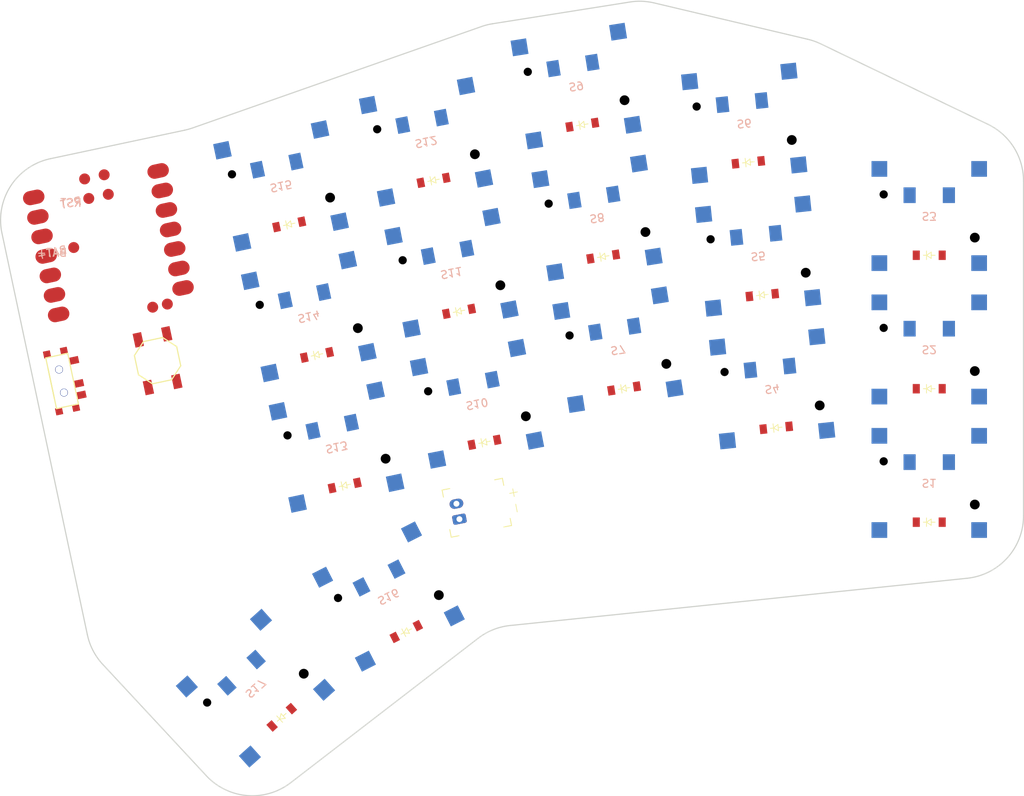
<source format=kicad_pcb>
(kicad_pcb (version 20241229) (generator "pcbnew") (generator_version "9.0")
  (title_block (title "splave-ferris_choc_v1_right") (rev "v1.0.0") (company "Unknown"))
  (layers (0 "F.Cu" signal) (2 "B.Cu" signal) (13 "F.Paste" user) (15 "B.Paste" user) (5 "F.SilkS" user) (7 "B.SilkS" user) (1 "F.Mask" user) (3 "B.Mask" user) (25 "Edge.Cuts" user))
  (net 0 "")
  (net 1 "D8")
  (net 2 "mirror_pinky_bottom")
  (net 3 "GND")
  (net 4 "D1")
  (net 5 "D2")
  (net 6 "mirror_pinky_home")
  (net 7 "mirror_pinky_top")
  (net 8 "D10")
  (net 9 "mirror_ring_bottom")
  (net 10 "mirror_ring_home")
  (net 11 "mirror_ring_top")
  (net 12 "D9")
  (net 13 "mirror_middle_bottom")
  (net 14 "mirror_middle_home")
  (net 15 "mirror_middle_top")
  (net 16 "D3")
  (net 17 "mirror_index_bottom")
  (net 18 "mirror_index_home")
  (net 19 "mirror_index_top")
  (net 20 "D5")
  (net 21 "mirror_inner_bottom")
  (net 22 "mirror_inner_home")
  (net 23 "mirror_inner_top")
  (net 24 "mirror_near_fan")
  (net 25 "mirror_far_fan")
  (net 26 "D0")
  (net 27 "D4")
  (net 28 "D6")
  (net 29 "D7")
  (net 30 "RAW3V3")
  (net 31 "RAW5V")
  (net 32 "CLK")
  (net 33 "DIO")
  (net 34 "RST")
  (net 35 "BAT")
  (net 36 "NFC1")
  (net 37 "NFC2")
  (net 38 "BATCON")
  (footprint "E73:SPDT_C128955" (layer "F.Cu") (at 269.086013 87.024253 102)
    (property "Reference" "T1" (hide yes))
    (property "Value" "" (hide yes))
    (fp_line (start 1.95 -1.35) (end -1.95 -1.35) (stroke (width 0.15)) (layer "F.SilkS"))
    (fp_line (start 0 -1.35) (end 3.3 -1.35) (stroke (width 0.15)) (layer "F.SilkS"))
    (fp_line (start 0 -1.35) (end -3.3 -1.35) (stroke (width 0.15)) (layer "F.SilkS"))
    (fp_line (start -3.3 -1.35) (end -3.3 1.5) (stroke (width 0.15)) (layer "F.SilkS"))
    (fp_line (start 3.3 1.5) (end 3.3 -1.35) (stroke (width 0.15)) (layer "F.SilkS"))
    (fp_line (start -3.3 1.5) (end 3.3 1.5) (stroke (width 0.15)) (layer "F.SilkS"))
    (pad "" smd rect (at -3.7 -1.1 102) (size 0.9 0.9) (layers "F.Cu" "F.Mask" "F.Paste"))
    (pad "" smd rect (at -3.7 1.1 102) (size 0.9 0.9) (layers "F.Cu" "F.Mask" "F.Paste"))
    (pad "" np_thru_hole circle (at -1.5 0.000001) (size 1 1) (drill 0.9) (layers "*.Cu" "*.Mask"))
    (pad "" np_thru_hole circle (at 1.5 -0.000001) (size 1 1) (drill 0.9) (layers "*.Cu" "*.Mask"))
    (pad "" smd rect (at 3.7 -1.1 102) (size 0.9 0.9) (layers "F.Cu" "F.Mask" "F.Paste"))
    (pad "" smd rect (at 3.7 1.1 102) (size 0.9 0.9) (layers "F.Cu" "F.Mask" "F.Paste"))
    (pad "1" smd rect (at 2.25 2.075 102) (size 0.9 1.25) (layers "F.Cu" "F.Mask" "F.Paste") (net 35 "BAT"))
    (pad "2" smd rect (at -0.75 2.075 102) (size 0.9 1.25) (layers "F.Cu" "F.Mask" "F.Paste") (net 38 "BATCON"))
    (pad "3" smd rect (at -2.25 2.075 102) (size 0.9 1.25) (layers "F.Cu" "F.Mask" "F.Paste"))
  )
  (footprint "E73:SW_TACT_ALPS_SKQGABE010" (layer "F.Cu") (at 281.312858 84.425356 102)
    (property "Reference" "B1" (hide yes))
    (property "Value" "" (hide yes))
    (fp_line (start -1.25 -2.75) (end 1.25 -2.750001) (stroke (width 0.15)) (layer "F.SilkS"))
    (fp_line (start 2.75 -1.25) (end 1.25 -2.750001) (stroke (width 0.15)) (layer "F.SilkS"))
    (fp_line (start 2.75 -1.25) (end 2.750001 1.25) (stroke (width 0.15)) (layer "F.SilkS"))
    (fp_line (start -2.750001 -1.25) (end -1.25 -2.75) (stroke (width 0.15)) (layer "F.SilkS"))
    (fp_line (start -2.750001 -1.25) (end -2.75 1.25) (stroke (width 0.15)) (layer "F.SilkS"))
    (fp_line (start 2.750001 1.25) (end 1.25 2.75) (stroke (width 0.15)) (layer "F.SilkS"))
    (fp_line (start -2.75 1.25) (end -1.25 2.750001) (stroke (width 0.15)) (layer "F.SilkS"))
    (fp_line (start -1.25 2.750001) (end 1.25 2.75) (stroke (width 0.15)) (layer "F.SilkS"))
    (pad "1" smd rect (at -3.1 -1.85 102) (size 1.8 1.1) (layers "F.Cu" "F.Mask" "F.Paste") (net 34 "RST"))
    (pad "1" smd rect (at 3.1 -1.85 102) (size 1.8 1.1) (layers "F.Cu" "F.Mask" "F.Paste") (net 34 "RST"))
    (pad "2" smd rect (at -3.1 1.85 102) (size 1.8 1.1) (layers "F.Cu" "F.Mask" "F.Paste") (net 3 "GND"))
    (pad "2" smd rect (at 3.1 1.85 102) (size 1.8 1.1) (layers "F.Cu" "F.Mask" "F.Paste") (net 3 "GND"))
  )
  (footprint "ceoloide:diode_tht_sod123" (layer "F.Cu") (at 316.441628 61.448921 11)
    (property "Reference" "D12" (hide yes))
    (property "Value" "")
    (fp_line (start -0.75 0) (end -0.35 0) (stroke (width 0.1)) (layer "F.SilkS"))
    (fp_line (start -0.35 0) (end -0.35 -0.55) (stroke (width 0.1)) (layer "F.SilkS"))
    (fp_line (start -0.35 0) (end -0.35 0.55) (stroke (width 0.1)) (layer "F.SilkS"))
    (fp_line (start -0.35 0) (end 0.25 -0.4) (stroke (width 0.1)) (layer "F.SilkS"))
    (fp_line (start 0.25 -0.4) (end 0.25 0.4) (stroke (width 0.1)) (layer "F.SilkS"))
    (fp_line (start 0.25 0) (end 0.75 0) (stroke (width 0.1)) (layer "F.SilkS"))
    (fp_line (start 0.25 0.4) (end -0.35 0) (stroke (width 0.1)) (layer "F.SilkS"))
    (pad "1" smd rect (at -1.65 0 11) (size 0.9 1.2) (layers "F.Cu" "F.Mask" "F.Paste") (net 26 "D0"))
    (pad "2" smd rect (at 1.65 0 11) (size 0.9 1.2) (layers "F.Cu" "F.Mask" "F.Paste") (net 19 "mirror_index_top"))
  )
  (footprint "ceoloide:diode_tht_sod123" (layer "F.Cu") (at 356.514182 59.158865 6)
    (property "Reference" "D6" (hide yes))
    (property "Value" "")
    (fp_line (start -0.75 0) (end -0.35 0) (stroke (width 0.1)) (layer "F.SilkS"))
    (fp_line (start -0.35 0) (end -0.35 -0.55) (stroke (width 0.1)) (layer "F.SilkS"))
    (fp_line (start -0.35 0) (end -0.35 0.55) (stroke (width 0.1)) (layer "F.SilkS"))
    (fp_line (start -0.35 0) (end 0.25 -0.4) (stroke (width 0.1)) (layer "F.SilkS"))
    (fp_line (start 0.25 -0.4) (end 0.25 0.4) (stroke (width 0.1)) (layer "F.SilkS"))
    (fp_line (start 0.25 0) (end 0.75 0) (stroke (width 0.1)) (layer "F.SilkS"))
    (fp_line (start 0.25 0.4) (end -0.35 0) (stroke (width 0.1)) (layer "F.SilkS"))
    (pad "1" smd rect (at -1.65 0 6) (size 0.9 1.2) (layers "F.Cu" "F.Mask" "F.Paste") (net 26 "D0"))
    (pad "2" smd rect (at 1.65 0 6) (size 0.9 1.2) (layers "F.Cu" "F.Mask" "F.Paste") (net 11 "mirror_ring_top"))
  )
  (footprint "ceoloide:diode_tht_sod123" (layer "F.Cu") (at 312.971997 118.926616 27)
    (property "Reference" "D16" (hide yes))
    (property "Value" "")
    (fp_line (start -0.75 0) (end -0.35 0) (stroke (width 0.1)) (layer "F.SilkS"))
    (fp_line (start -0.35 0) (end -0.35 -0.55) (stroke (width 0.1)) (layer "F.SilkS"))
    (fp_line (start -0.35 0) (end -0.35 0.55) (stroke (width 0.1)) (layer "F.SilkS"))
    (fp_line (start -0.35 0) (end 0.25 -0.4) (stroke (width 0.1)) (layer "F.SilkS"))
    (fp_line (start 0.25 -0.4) (end 0.25 0.4) (stroke (width 0.1)) (layer "F.SilkS"))
    (fp_line (start 0.25 0) (end 0.75 0) (stroke (width 0.1)) (layer "F.SilkS"))
    (fp_line (start 0.25 0.4) (end -0.35 0) (stroke (width 0.1)) (layer "F.SilkS"))
    (pad "1" smd rect (at -1.65 0 27) (size 0.9 1.2) (layers "F.Cu" "F.Mask" "F.Paste") (net 27 "D4"))
    (pad "2" smd rect (at 1.65 0 27) (size 0.9 1.2) (layers "F.Cu" "F.Mask" "F.Paste") (net 24 "mirror_near_fan"))
  )
  (footprint "ceoloide:diode_tht_sod123" (layer "F.Cu") (at 322.929134 94.824245 11)
    (property "Reference" "D10" (hide yes))
    (property "Value" "")
    (fp_line (start -0.75 0) (end -0.35 0) (stroke (width 0.1)) (layer "F.SilkS"))
    (fp_line (start -0.35 0) (end -0.35 -0.55) (stroke (width 0.1)) (layer "F.SilkS"))
    (fp_line (start -0.35 0) (end -0.35 0.55) (stroke (width 0.1)) (layer "F.SilkS"))
    (fp_line (start -0.35 0) (end 0.25 -0.4) (stroke (width 0.1)) (layer "F.SilkS"))
    (fp_line (start 0.25 -0.4) (end 0.25 0.4) (stroke (width 0.1)) (layer "F.SilkS"))
    (fp_line (start 0.25 0) (end 0.75 0) (stroke (width 0.1)) (layer "F.SilkS"))
    (fp_line (start 0.25 0.4) (end -0.35 0) (stroke (width 0.1)) (layer "F.SilkS"))
    (pad "1" smd rect (at -1.65 0 11) (size 0.9 1.2) (layers "F.Cu" "F.Mask" "F.Paste") (net 5 "D2"))
    (pad "2" smd rect (at 1.65 0 11) (size 0.9 1.2) (layers "F.Cu" "F.Mask" "F.Paste") (net 17 "mirror_index_bottom"))
  )
  (footprint "ceoloide:diode_tht_sod123" (layer "F.Cu") (at 335.381293 54.381426 9)
    (property "Reference" "D9" (hide yes))
    (property "Value" "")
    (fp_line (start -0.75 0) (end -0.35 0) (stroke (width 0.1)) (layer "F.SilkS"))
    (fp_line (start -0.35 0) (end -0.35 -0.55) (stroke (width 0.1)) (layer "F.SilkS"))
    (fp_line (start -0.35 0) (end -0.35 0.55) (stroke (width 0.1)) (layer "F.SilkS"))
    (fp_line (start -0.35 0) (end 0.25 -0.4) (stroke (width 0.1)) (layer "F.SilkS"))
    (fp_line (start 0.25 -0.4) (end 0.25 0.4) (stroke (width 0.1)) (layer "F.SilkS"))
    (fp_line (start 0.25 0) (end 0.75 0) (stroke (width 0.1)) (layer "F.SilkS"))
    (fp_line (start 0.25 0.4) (end -0.35 0) (stroke (width 0.1)) (layer "F.SilkS"))
    (pad "1" smd rect (at -1.65 0 9) (size 0.9 1.2) (layers "F.Cu" "F.Mask" "F.Paste") (net 26 "D0"))
    (pad "2" smd rect (at 1.65 0 9) (size 0.9 1.2) (layers "F.Cu" "F.Mask" "F.Paste") (net 15 "mirror_middle_top"))
  )
  (footprint "xiao_smd" (layer "F.Cu") (at 275.051829 69.39873 12)
    (property "Reference" "MCU1" (hide yes))
    (property "Value" "")
    (fp_text user "BAT+" (at -7.3 -0.25 0) (layer "B.SilkS") (effects (justify mirror)))
    (fp_text user "BAT+" (at -7.3 -0.25 12) (layer "B.SilkS") (effects (justify mirror)))
    (fp_text user "RST" (at -3.6 -5.95 0) (layer "B.SilkS") (effects (justify mirror)))
    (fp_text user "RST" (at -3.6 -5.95 12) (layer "B.SilkS") (effects (justify mirror)))
    (pad "1" smd oval (at -7.62 -7.62 192) (size 2.75 1.8) (drill (offset 0.475 0)) (layers "F.Cu" "F.Mask" "F.Paste") (net 26 "D0"))
    (pad "2" smd oval (at -7.62 -5.08 192) (size 2.75 1.8) (drill (offset 0.475 0)) (layers "F.Cu" "F.Mask" "F.Paste") (net 4 "D1"))
    (pad "3" smd oval (at -7.62 -2.54 192) (size 2.75 1.8) (drill (offset 0.475 0)) (layers "F.Cu" "F.Mask" "F.Paste") (net 5 "D2"))
    (pad "4" smd oval (at -7.62 0 192) (size 2.75 1.8) (drill (offset 0.475 0)) (layers "F.Cu" "F.Mask" "F.Paste") (net 16 "D3"))
    (pad "5" smd oval (at -7.62 2.54 192) (size 2.75 1.8) (drill (offset 0.475 0)) (layers "F.Cu" "F.Mask" "F.Paste") (net 27 "D4"))
    (pad "6" smd oval (at -7.62 5.08 192) (size 2.75 1.8) (drill (offset 0.475 0)) (layers "F.Cu" "F.Mask" "F.Paste") (net 20 "D5"))
    (pad "7" smd oval (at -7.62 7.62 192) (size 2.75 1.8) (drill (offset 0.475 0)) (layers "F.Cu" "F.Mask" "F.Paste") (net 28 "D6"))
    (pad "8" smd oval (at 7.62 7.62 12) (size 2.75 1.8) (drill (offset 0.475 0)) (layers "F.Cu" "F.Mask" "F.Paste") (net 29 "D7"))
    (pad "9" smd oval (at 7.62 5.08 12) (size 2.75 1.8) (drill (offset 0.475 0)) (layers "F.Cu" "F.Mask" "F.Paste") (net 1 "D8"))
    (pad "10" smd oval (at 7.62 2.54 12) (size 2.75 1.8) (drill (offset 0.475 0)) (layers "F.Cu" "F.Mask" "F.Paste") (net 12 "D9"))
    (pad "11" smd oval (at 7.62 0 12) (size 2.75 1.8) (drill (offset 0.475 0)) (layers "F.Cu" "F.Mask" "F.Paste") (net 8 "D10"))
    (pad "12" smd oval (at 7.62 -2.54 12) (size 2.75 1.8) (drill (offset 0.475 0)) (layers "F.Cu" "F.Mask" "F.Paste") (net 30 "RAW3V3"))
    (pad "13" smd oval (at 7.62 -5.08 12) (size 2.75 1.8) (drill (offset 0.475 0)) (layers "F.Cu" "F.Mask" "F.Paste") (net 3 "GND"))
    (pad "14" smd oval (at 7.62 -7.62 12) (size 2.75 1.8) (drill (offset 0.475 0)) (layers "F.Cu" "F.Mask" "F.Paste") (net 31 "RAW5V"))
    (pad "15" smd circle (at -1.27 -8.572 102) (size 1.397 1.397) (layers "F.Cu" "F.Mask") (net 32 "CLK"))
    (pad "16" smd circle (at 1.27 -8.572 102) (size 1.397 1.397) (layers "F.Cu" "F.Mask") (net 33 "DIO"))
    (pad "17" smd circle (at -1.27 -6.032 102) (size 1.397 1.397) (layers "F.Cu" "F.Mask") (net 34 "RST"))
    (pad "18" smd circle (at 1.27 -6.032 102) (size 1.397 1.397) (layers "F.Cu" "F.Mask") (net 3 "GND"))
    (pad "19" smd circle (at -4.445 -0.317 192) (size 1.397 1.397) (layers "F.Cu" "F.Mask") (net 35 "BAT"))
    (pad "20" smd circle (at 3.81 9.208 192) (size 1.397 1.397) (layers "F.Cu" "F.Mask") (net 36 "NFC1"))
    (pad "21" smd circle (at 5.715 9.208 192) (size 1.397 1.397) (layers "F.Cu" "F.Mask") (net 37 "NFC2"))
  )
  (footprint "ceoloide:diode_tht_sod123" (layer "F.Cu") (at 360.06815 92.97261 6)
    (property "Reference" "D4" (hide yes))
    (property "Value" "")
    (fp_line (start -0.75 0) (end -0.35 0) (stroke (width 0.1)) (layer "F.SilkS"))
    (fp_line (start -0.35 0) (end -0.35 -0.55) (stroke (width 0.1)) (layer "F.SilkS"))
    (fp_line (start -0.35 0) (end -0.35 0.55) (stroke (width 0.1)) (layer "F.SilkS"))
    (fp_line (start -0.35 0) (end 0.25 -0.4) (stroke (width 0.1)) (layer "F.SilkS"))
    (fp_line (start 0.25 -0.4) (end 0.25 0.4) (stroke (width 0.1)) (layer "F.SilkS"))
    (fp_line (start 0.25 0) (end 0.75 0) (stroke (width 0.1)) (layer "F.SilkS"))
    (fp_line (start 0.25 0.4) (end -0.35 0) (stroke (width 0.1)) (layer "F.SilkS"))
    (pad "1" smd rect (at -1.65 0 6) (size 0.9 1.2) (layers "F.Cu" "F.Mask" "F.Paste") (net 5 "D2"))
    (pad "2" smd rect (at 1.65 0 6) (size 0.9 1.2) (layers "F.Cu" "F.Mask" "F.Paste") (net 9 "mirror_ring_bottom"))
  )
  (footprint "ceoloide:diode_tht_sod123" (layer "F.Cu") (at 340.700064 87.962829 9)
    (property "Reference" "D7" (hide yes))
    (property "Value" "")
    (fp_line (start -0.75 0) (end -0.35 0) (stroke (width 0.1)) (layer "F.SilkS"))
    (fp_line (start -0.35 0) (end -0.35 -0.55) (stroke (width 0.1)) (layer "F.SilkS"))
    (fp_line (start -0.35 0) (end -0.35 0.55) (stroke (width 0.1)) (layer "F.SilkS"))
    (fp_line (start -0.35 0) (end 0.25 -0.4) (stroke (width 0.1)) (layer "F.SilkS"))
    (fp_line (start 0.25 -0.4) (end 0.25 0.4) (stroke (width 0.1)) (layer "F.SilkS"))
    (fp_line (start 0.25 0) (end 0.75 0) (stroke (width 0.1)) (layer "F.SilkS"))
    (fp_line (start 0.25 0.4) (end -0.35 0) (stroke (width 0.1)) (layer "F.SilkS"))
    (pad "1" smd rect (at -1.65 0 9) (size 0.9 1.2) (layers "F.Cu" "F.Mask" "F.Paste") (net 5 "D2"))
    (pad "2" smd rect (at 1.65 0 9) (size 0.9 1.2) (layers "F.Cu" "F.Mask" "F.Paste") (net 13 "mirror_middle_bottom"))
  )
  (footprint "ceoloide:diode_tht_sod123" (layer "F.Cu") (at 379.545507 105)
    (property "Reference" "D1" (hide yes))
    (property "Value" "")
    (fp_line (start -0.75 0) (end -0.35 0) (stroke (width 0.1)) (layer "F.SilkS"))
    (fp_line (start -0.35 0) (end -0.35 -0.55) (stroke (width 0.1)) (layer "F.SilkS"))
    (fp_line (start -0.35 0) (end -0.35 0.55) (stroke (width 0.1)) (layer "F.SilkS"))
    (fp_line (start -0.35 0) (end 0.25 -0.4) (stroke (width 0.1)) (layer "F.SilkS"))
    (fp_line (start 0.25 -0.4) (end 0.25 0.4) (stroke (width 0.1)) (layer "F.SilkS"))
    (fp_line (start 0.25 0) (end 0.75 0) (stroke (width 0.1)) (layer "F.SilkS"))
    (fp_line (start 0.25 0.4) (end -0.35 0) (stroke (width 0.1)) (layer "F.SilkS"))
    (pad "1" smd rect (at -1.65 0) (size 0.9 1.2) (layers "F.Cu" "F.Mask" "F.Paste") (net 5 "D2"))
    (pad "2" smd rect (at 1.65 0) (size 0.9 1.2) (layers "F.Cu" "F.Mask" "F.Paste") (net 2 "mirror_pinky_bottom"))
  )
  (footprint "ceoloide:diode_tht_sod123" (layer "F.Cu") (at 358.291166 76.065737 6)
    (property "Reference" "D5" (hide yes))
    (property "Value" "")
    (fp_line (start -0.75 0) (end -0.35 0) (stroke (width 0.1)) (layer "F.SilkS"))
    (fp_line (start -0.35 0) (end -0.35 -0.55) (stroke (width 0.1)) (layer "F.SilkS"))
    (fp_line (start -0.35 0) (end -0.35 0.55) (stroke (width 0.1)) (layer "F.SilkS"))
    (fp_line (start -0.35 0) (end 0.25 -0.4) (stroke (width 0.1)) (layer "F.SilkS"))
    (fp_line (start 0.25 -0.4) (end 0.25 0.4) (stroke (width 0.1)) (layer "F.SilkS"))
    (fp_line (start 0.25 0) (end 0.75 0) (stroke (width 0.1)) (layer "F.SilkS"))
    (fp_line (start 0.25 0.4) (end -0.35 0) (stroke (width 0.1)) (layer "F.SilkS"))
    (pad "1" smd rect (at -1.65 0 6) (size 0.9 1.2) (layers "F.Cu" "F.Mask" "F.Paste") (net 4 "D1"))
    (pad "2" smd rect (at 1.65 0 6) (size 0.9 1.2) (layers "F.Cu" "F.Mask" "F.Paste") (net 10 "mirror_ring_home"))
  )
  (footprint "ceoloide:diode_tht_sod123" (layer "F.Cu") (at 301.603501 83.690639 12)
    (property "Reference" "D14" (hide yes))
    (property "Value" "")
    (fp_line (start -0.75 0) (end -0.35 0) (stroke (width 0.1)) (layer "F.SilkS"))
    (fp_line (start -0.35 0) (end -0.35 -0.55) (stroke (width 0.1)) (layer "F.SilkS"))
    (fp_line (start -0.35 0) (end -0.35 0.55) (stroke (width 0.1)) (layer "F.SilkS"))
    (fp_line (start -0.35 0) (end 0.25 -0.4) (stroke (width 0.1)) (layer "F.SilkS"))
    (fp_line (start 0.25 -0.4) (end 0.25 0.4) (stroke (width 0.1)) (layer "F.SilkS"))
    (fp_line (start 0.25 0) (end 0.75 0) (stroke (width 0.1)) (layer "F.SilkS"))
    (fp_line (start 0.25 0.4) (end -0.35 0) (stroke (width 0.1)) (layer "F.SilkS"))
    (pad "1" smd rect (at -1.65 0 12) (size 0.9 1.2) (layers "F.Cu" "F.Mask" "F.Paste") (net 4 "D1"))
    (pad "2" smd rect (at 1.65 0 12) (size 0.9 1.2) (layers "F.Cu" "F.Mask" "F.Paste") (net 22 "mirror_inner_home"))
  )
  (footprint "ceoloide:diode_tht_sod123" (layer "F.Cu") (at 298.069003 67.06213 12)
    (property "Reference" "D15" (hide yes))
    (property "Value" "")
    (fp_line (start -0.75 0) (end -0.35 0) (stroke (width 0.1)) (layer "F.SilkS"))
    (fp_line (start -0.35 0) (end -0.35 -0.55) (stroke (width 0.1)) (layer "F.SilkS"))
    (fp_line (start -0.35 0) (end -0.35 0.55) (stroke (width 0.1)) (layer "F.SilkS"))
    (fp_line (start -0.35 0) (end 0.25 -0.4) (stroke (width 0.1)) (layer "F.SilkS"))
    (fp_line (start 0.25 -0.4) (end 0.25 0.4) (stroke (width 0.1)) (layer "F.SilkS"))
    (fp_line (start 0.25 0) (end 0.75 0) (stroke (width 0.1)) (layer "F.SilkS"))
    (fp_line (start 0.25 0.4) (end -0.35 0) (stroke (width 0.1)) (layer "F.SilkS"))
    (pad "1" smd rect (at -1.65 0 12) (size 0.9 1.2) (layers "F.Cu" "F.Mask" "F.Paste") (net 26 "D0"))
    (pad "2" smd rect (at 1.65 0 12) (size 0.9 1.2) (layers "F.Cu" "F.Mask" "F.Paste") (net 23 "mirror_inner_top"))
  )
  (footprint "ceoloide:diode_tht_sod123" (layer "F.Cu") (at 297.118407 129.852818 42)
    (property "Reference" "D17" (hide yes))
    (property "Value" "")
    (fp_line (start -0.75 0) (end -0.35 0) (stroke (width 0.1)) (layer "F.SilkS"))
    (fp_line (start -0.35 0) (end -0.35 -0.55) (stroke (width 0.1)) (layer "F.SilkS"))
    (fp_line (start -0.35 0) (end 0.25 -0.4) (stroke (width 0.1)) (layer "F.SilkS"))
    (fp_line (start -0.35 0) (end -0.35 0.55) (stroke (width 0.1)) (layer "F.SilkS"))
    (fp_line (start 0.25 -0.4) (end 0.25 0.399999) (stroke (width 0.1)) (layer "F.SilkS"))
    (fp_line (start 0.25 0) (end 0.75 0) (stroke (width 0.1)) (layer "F.SilkS"))
    (fp_line (start 0.25 0.399999) (end -0.35 0) (stroke (width 0.1)) (layer "F.SilkS"))
    (pad "1" smd rect (at -1.65 0 42) (size 0.9 1.2) (layers "F.Cu" "F.Mask" "F.Paste") (net 27 "D4"))
    (pad "2" smd rect (at 1.65 0 42) (size 0.9 1.2) (layers "F.Cu" "F.Mask" "F.Paste") (net 25 "mirror_far_fan"))
  )
  (footprint "ceoloide:diode_tht_sod123" (layer "F.Cu") (at 338.040679 71.172127 9)
    (property "Reference" "D8" (hide yes))
    (property "Value" "")
    (fp_line (start -0.75 0) (end -0.35 0) (stroke (width 0.1)) (layer "F.SilkS"))
    (fp_line (start -0.35 0) (end -0.35 -0.55) (stroke (width 0.1)) (layer "F.SilkS"))
    (fp_line (start -0.35 0) (end -0.35 0.55) (stroke (width 0.1)) (layer "F.SilkS"))
    (fp_line (start -0.35 0) (end 0.25 -0.4) (stroke (width 0.1)) (layer "F.SilkS"))
    (fp_line (start 0.25 -0.4) (end 0.25 0.4) (stroke (width 0.1)) (layer "F.SilkS"))
    (fp_line (start 0.25 0) (end 0.75 0) (stroke (width 0.1)) (layer "F.SilkS"))
    (fp_line (start 0.25 0.4) (end -0.35 0) (stroke (width 0.1)) (layer "F.SilkS"))
    (pad "1" smd rect (at -1.65 0 9) (size 0.9 1.2) (layers "F.Cu" "F.Mask" "F.Paste") (net 4 "D1"))
    (pad "2" smd rect (at 1.65 0 9) (size 0.9 1.2) (layers "F.Cu" "F.Mask" "F.Paste") (net 14 "mirror_middle_home"))
  )
  (footprint "ceoloide:diode_tht_sod123" (layer "F.Cu") (at 379.545507 71)
    (property "Reference" "D3" (hide yes))
    (property "Value" "")
    (fp_line (start -0.75 0) (end -0.35 0) (stroke (width 0.1)) (layer "F.SilkS"))
    (fp_line (start -0.35 0) (end -0.35 -0.55) (stroke (width 0.1)) (layer "F.SilkS"))
    (fp_line (start -0.35 0) (end -0.35 0.55) (stroke (width 0.1)) (layer "F.SilkS"))
    (fp_line (start -0.35 0) (end 0.25 -0.4) (stroke (width 0.1)) (layer "F.SilkS"))
    (fp_line (start 0.25 -0.4) (end 0.25 0.4) (stroke (width 0.1)) (layer "F.SilkS"))
    (fp_line (start 0.25 0) (end 0.75 0) (stroke (width 0.1)) (layer "F.SilkS"))
    (fp_line (start 0.25 0.4) (end -0.35 0) (stroke (width 0.1)) (layer "F.SilkS"))
    (pad "1" smd rect (at -1.65 0) (size 0.9 1.2) (layers "F.Cu" "F.Mask" "F.Paste") (net 26 "D0"))
    (pad "2" smd rect (at 1.65 0) (size 0.9 1.2) (layers "F.Cu" "F.Mask" "F.Paste") (net 7 "mirror_pinky_top"))
  )
  (footprint "ceoloide:battery_connector_jst_ph_2" (layer "F.Cu") (at 319.54747 103.631307 101)
    (property "Reference" "JST1" (hide yes))
    (property "Value" "")
    (fp_line (start 3.06 -1.46) (end 3.06 -0.46) (stroke (width 0.12)) (layer "F.SilkS"))
    (fp_line (start 2.14 -1.46) (end 3.06 -1.46) (stroke (width 0.12)) (layer "F.SilkS"))
    (fp_line (start -2.06 -1.46) (end -3.06 -1.46) (stroke (width 0.12)) (layer "F.SilkS"))
    (fp_line (start -3.06 -1.46) (end -3.06 -0.46) (stroke (width 0.12)) (layer "F.SilkS"))
    (fp_line (start 3.06 6.36) (end 3.06 5.36) (stroke (width 0.12)) (layer "F.SilkS"))
    (fp_line (start 2.14 6.36) (end 3.06 6.36) (stroke (width 0.12)) (layer "F.SilkS"))
    (fp_line (start 1 6.9) (end 1 7.9) (stroke (width 0.1)) (layer "F.SilkS"))
    (fp_line (start -2.14 6.36) (end -3.06 6.36) (stroke (width 0.12)) (layer "F.SilkS"))
    (fp_line (start -3.06 6.36) (end -3.06 5.36) (stroke (width 0.12)) (layer "F.SilkS"))
    (fp_line (start 1.5 7.4) (end 0.5 7.4) (stroke (width 0.1)) (layer "F.SilkS"))
    (fp_line (start -1.5 7.4) (end -0.5 7.4) (stroke (width 0.1)) (layer "F.SilkS"))
    (pad "1" thru_hole roundrect (at -1 0 101) (size 1.2 1.75) (drill 0.75) (layers "*.Cu" "*.Mask") (roundrect_rratio 0.2) (net 3 "GND"))
    (pad "2" thru_hole oval (at 1 0 101) (size 1.2 1.75) (drill 0.75) (layers "*.Cu" "*.Mask") (net 38 "BATCON"))
  )
  (footprint "ceoloide:diode_tht_sod123" (layer "F.Cu") (at 379.545507 88)
    (property "Reference" "D2" (hide yes))
    (property "Value" "")
    (fp_line (start -0.75 0) (end -0.35 0) (stroke (width 0.1)) (layer "F.SilkS"))
    (fp_line (start -0.35 0) (end -0.35 -0.55) (stroke (width 0.1)) (layer "F.SilkS"))
    (fp_line (start -0.35 0) (end -0.35 0.55) (stroke (width 0.1)) (layer "F.SilkS"))
    (fp_line (start -0.35 0) (end 0.25 -0.4) (stroke (width 0.1)) (layer "F.SilkS"))
    (fp_line (start 0.25 -0.4) (end 0.25 0.4) (stroke (width 0.1)) (layer "F.SilkS"))
    (fp_line (start 0.25 0) (end 0.75 0) (stroke (width 0.1)) (layer "F.SilkS"))
    (fp_line (start 0.25 0.4) (end -0.35 0) (stroke (width 0.1)) (layer "F.SilkS"))
    (pad "1" smd rect (at -1.65 0) (size 0.9 1.2) (layers "F.Cu" "F.Mask" "F.Paste") (net 4 "D1"))
    (pad "2" smd rect (at 1.65 0) (size 0.9 1.2) (layers "F.Cu" "F.Mask" "F.Paste") (net 6 "mirror_pinky_home"))
  )
  (footprint "ceoloide:diode_tht_sod123" (layer "F.Cu") (at 319.685381 78.136583 11)
    (property "Reference" "D11" (hide yes))
    (property "Value" "")
    (fp_line (start -0.75 0) (end -0.35 0) (stroke (width 0.1)) (layer "F.SilkS"))
    (fp_line (start -0.35 0) (end -0.35 -0.55) (stroke (width 0.1)) (layer "F.SilkS"))
    (fp_line (start -0.35 0) (end -0.35 0.55) (stroke (width 0.1)) (layer "F.SilkS"))
    (fp_line (start -0.35 0) (end 0.25 -0.4) (stroke (width 0.1)) (layer "F.SilkS"))
    (fp_line (start 0.25 -0.4) (end 0.25 0.4) (stroke (width 0.1)) (layer "F.SilkS"))
    (fp_line (start 0.25 0) (end 0.75 0) (stroke (width 0.1)) (layer "F.SilkS"))
    (fp_line (start 0.25 0.4) (end -0.35 0) (stroke (width 0.1)) (layer "F.SilkS"))
    (pad "1" smd rect (at -1.65 0 11) (size 0.9 1.2) (layers "F.Cu" "F.Mask" "F.Paste") (net 4 "D1"))
    (pad "2" smd rect (at 1.65 0 11) (size 0.9 1.2) (layers "F.Cu" "F.Mask" "F.Paste") (net 18 "mirror_index_home"))
  )
  (footprint "ceoloide:diode_tht_sod123" (layer "F.Cu") (at 305.138 100.319148 12)
    (property "Reference" "D13" (hide yes))
    (property "Value" "")
    (fp_line (start -0.75 0) (end -0.35 0) (stroke (width 0.1)) (layer "F.SilkS"))
    (fp_line (start -0.35 0) (end -0.35 -0.55) (stroke (width 0.1)) (layer "F.SilkS"))
    (fp_line (start -0.35 0) (end -0.35 0.55) (stroke (width 0.1)) (layer "F.SilkS"))
    (fp_line (start -0.35 0) (end 0.25 -0.4) (stroke (width 0.1)) (layer "F.SilkS"))
    (fp_line (start 0.25 -0.4) (end 0.25 0.4) (stroke (width 0.1)) (layer "F.SilkS"))
    (fp_line (start 0.25 0) (end 0.75 0) (stroke (width 0.1)) (layer "F.SilkS"))
    (fp_line (start 0.25 0.4) (end -0.35 0) (stroke (width 0.1)) (layer "F.SilkS"))
    (pad "1" smd rect (at -1.65 0 12) (size 0.9 1.2) (layers "F.Cu" "F.Mask" "F.Paste") (net 5 "D2"))
    (pad "2" smd rect (at 1.65 0 12) (size 0.9 1.2) (layers "F.Cu" "F.Mask" "F.Paste") (net 21 "mirror_inner_bottom"))
  )
  (footprint "marbastlib-xp-choc:SW_PG1316S" (layer "B.Cu") (at 379.545507 100)
    (property "Reference" "S1" (at 0 0 180) (layer "B.SilkS") (effects (justify mirror)))
    (property "Value" "")
    (pad "" np_thru_hole circle (at -5.8 -2.75) (size 1.05 1.05) (drill 1.05) (layers "*.Mask"))
    (pad "" np_thru_hole circle (at 5.8 2.75) (size 1.25 1.25) (drill 1.25) (layers "*.Mask"))
    (pad "1" smd rect (at -2.5 -2.65) (size 1.55 2) (layers "B.Cu" "B.Mask" "B.Paste") (net 2 "mirror_pinky_bottom"))
    (pad "2" smd rect (at 2.5 -2.65) (size 1.55 2) (layers "B.Cu" "B.Mask" "B.Paste") (net 1 "D8"))
    (pad "MP" smd rect (at -6.35 -6) (size 2 2) (layers "B.Cu" "B.Mask" "B.Paste"))
    (pad "MP" smd rect (at -6.35 6) (size 2 2) (layers "B.Cu" "B.Mask" "B.Paste"))
    (pad "MP" smd rect (at 6.35 -6) (size 2 2) (layers "B.Cu" "B.Mask" "B.Paste"))
    (pad "MP" smd rect (at 6.35 6) (size 2 2) (layers "B.Cu" "B.Mask" "B.Paste"))
  )
  (footprint "marbastlib-xp-choc:SW_PG1316S" (layer "B.Cu") (at 293.772754 126.137094 42)
    (property "Reference" "S17" (at 0 0 222) (layer "B.SilkS") (effects (justify mirror)))
    (property "Value" "")
    (pad "" np_thru_hole circle (at -5.8 -2.75 42) (size 1.05 1.05) (drill 1.05) (layers "*.Mask"))
    (pad "" np_thru_hole circle (at 5.8 2.75 42) (size 1.25 1.25) (drill 1.25) (layers "*.Mask"))
    (pad "1" smd rect (at -2.5 -2.65 42) (size 1.55 2) (layers "B.Cu" "B.Mask" "B.Paste") (net 25 "mirror_far_fan"))
    (pad "2" smd rect (at 2.5 -2.65 42) (size 1.55 2) (layers "B.Cu" "B.Mask" "B.Paste") (net 20 "D5"))
    (pad "MP" smd rect (at -6.35 -6 42) (size 2 2) (layers "B.Cu" "B.Mask" "B.Paste"))
    (pad "MP" smd rect (at -6.35 6 42) (size 2 2) (layers "B.Cu" "B.Mask" "B.Paste"))
    (pad "MP" smd rect (at 6.35 -6 42) (size 2 2) (layers "B.Cu" "B.Mask" "B.Paste"))
    (pad "MP" smd rect (at 6.35 6 42) (size 2 2) (layers "B.Cu" "B.Mask" "B.Paste"))
  )
  (footprint "marbastlib-xp-choc:SW_PG1316S" (layer "B.Cu") (at 379.545507 66)
    (property "Reference" "S3" (at 0 0 180) (layer "B.SilkS") (effects (justify mirror)))
    (property "Value" "")
    (pad "" np_thru_hole circle (at -5.8 -2.75) (size 1.05 1.05) (drill 1.05) (layers "*.Mask"))
    (pad "" np_thru_hole circle (at 5.8 2.75) (size 1.25 1.25) (drill 1.25) (layers "*.Mask"))
    (pad "1" smd rect (at -2.5 -2.65) (size 1.55 2) (layers "B.Cu" "B.Mask" "B.Paste") (net 7 "mirror_pinky_top"))
    (pad "2" smd rect (at 2.5 -2.65) (size 1.55 2) (layers "B.Cu" "B.Mask" "B.Paste") (net 1 "D8"))
    (pad "MP" smd rect (at -6.35 -6) (size 2 2) (layers "B.Cu" "B.Mask" "B.Paste"))
    (pad "MP" smd rect (at -6.35 6) (size 2 2) (layers "B.Cu" "B.Mask" "B.Paste"))
    (pad "MP" smd rect (at 6.35 -6) (size 2 2) (layers "B.Cu" "B.Mask" "B.Paste"))
    (pad "MP" smd rect (at 6.35 6) (size 2 2) (layers "B.Cu" "B.Mask" "B.Paste"))
  )
  (footprint "marbastlib-xp-choc:SW_PG1316S" (layer "B.Cu") (at 339.917892 83.024388 9)
    (property "Reference" "S7" (at 0 0 189) (layer "B.SilkS") (effects (justify mirror)))
    (property "Value" "")
    (pad "" np_thru_hole circle (at -5.8 -2.75 9) (size 1.05 1.05) (drill 1.05) (layers "*.Mask"))
    (pad "" np_thru_hole circle (at 5.8 2.75 9) (size 1.25 1.25) (drill 1.25) (layers "*.Mask"))
    (pad "1" smd rect (at -2.5 -2.65 9) (size 1.55 2) (layers "B.Cu" "B.Mask" "B.Paste") (net 13 "mirror_middle_bottom"))
    (pad "2" smd rect (at 2.5 -2.65 9) (size 1.55 2) (layers "B.Cu" "B.Mask" "B.Paste") (net 12 "D9"))
    (pad "MP" smd rect (at -6.35 -6 9) (size 2 2) (layers "B.Cu" "B.Mask" "B.Paste"))
    (pad "MP" smd rect (at -6.35 6 9) (size 2 2) (layers "B.Cu" "B.Mask" "B.Paste"))
    (pad "MP" smd rect (at 6.35 -6 9) (size 2 2) (layers "B.Cu" "B.Mask" "B.Paste"))
    (pad "MP" smd rect (at 6.35 6 9) (size 2 2) (layers "B.Cu" "B.Mask" "B.Paste"))
  )
  (footprint "marbastlib-xp-choc:SW_PG1316S" (layer "B.Cu") (at 300.563943 78.799901 12)
    (property "Reference" "S14" (at 0 0 192) (layer "B.SilkS") (effects (justify mirror)))
    (property "Value" "")
    (pad "" np_thru_hole circle (at -5.8 -2.75 12) (size 1.05 1.05) (drill 1.05) (layers "*.Mask"))
    (pad "" np_thru_hole circle (at 5.8 2.75 12) (size 1.25 1.25) (drill 1.25) (layers "*.Mask"))
    (pad "1" smd rect (at -2.5 -2.65 12) (size 1.55 2) (layers "B.Cu" "B.Mask" "B.Paste") (net 22 "mirror_inner_home"))
    (pad "2" smd rect (at 2.5 -2.65 12) (size 1.55 2) (layers "B.Cu" "B.Mask" "B.Paste") (net 20 "D5"))
    (pad "MP" smd rect (at -6.35 -6 12) (size 2 2) (layers "B.Cu" "B.Mask" "B.Paste"))
    (pad "MP" smd rect (at -6.35 6 12) (size 2 2) (layers "B.Cu" "B.Mask" "B.Paste"))
    (pad "MP" smd rect (at 6.35 -6 12) (size 2 2) (layers "B.Cu" "B.Mask" "B.Paste"))
    (pad "MP" smd rect (at 6.35 6 12) (size 2 2) (layers "B.Cu" "B.Mask" "B.Paste"))
  )
  (footprint "marbastlib-xp-choc:SW_PG1316S" (layer "B.Cu") (at 318.731336 73.228447 11)
    (property "Reference" "S11" (at 0 0 191) (layer "B.SilkS") (effects (justify mirror)))
    (property "Value" "")
    (pad "" np_thru_hole circle (at -5.8 -2.75 11) (size 1.05 1.05) (drill 1.05) (layers "*.Mask"))
    (pad "" np_thru_hole circle (at 5.8 2.75 11) (size 1.25 1.25) (drill 1.25) (layers "*.Mask"))
    (pad "1" smd rect (at -2.5 -2.65 11) (size 1.55 2) (layers "B.Cu" "B.Mask" "B.Paste") (net 18 "mirror_index_home"))
    (pad "2" smd rect (at 2.5 -2.65 11) (size 1.55 2) (layers "B.Cu" "B.Mask" "B.Paste") (net 16 "D3"))
    (pad "MP" smd rect (at -6.35 -6 11) (size 2 2) (layers "B.Cu" "B.Mask" "B.Paste"))
    (pad "MP" smd rect (at -6.35 6 11) (size 2 2) (layers "B.Cu" "B.Mask" "B.Paste"))
    (pad "MP" smd rect (at 6.35 -6 11) (size 2 2) (layers "B.Cu" "B.Mask" "B.Paste"))
    (pad "MP" smd rect (at 6.35 6 11) (size 2 2) (layers "B.Cu" "B.Mask" "B.Paste"))
  )
  (footprint "marbastlib-xp-choc:SW_PG1316S" (layer "B.Cu") (at 355.99154 54.186256 6)
    (property "Reference" "S6" (at 0 0 186) (layer "B.SilkS") (effects (justify mirror)))
    (property "Value" "")
    (pad "" np_thru_hole circle (at -5.8 -2.75 6) (size 1.05 1.05) (drill 1.05) (layers "*.Mask"))
    (pad "" np_thru_hole circle (at 5.8 2.75 6) (size 1.25 1.25) (drill 1.25) (layers "*.Mask"))
    (pad "1" smd rect (at -2.5 -2.65 6) (size 1.55 2) (layers "B.Cu" "B.Mask" "B.Paste") (net 11 "mirror_ring_top"))
    (pad "2" smd rect (at 2.5 -2.65 6) (size 1.55 2) (layers "B.Cu" "B.Mask" "B.Paste") (net 8 "D10"))
    (pad "MP" smd rect (at -6.35 -6 6) (size 2 2) (layers "B.Cu" "B.Mask" "B.Paste"))
    (pad "MP" smd rect (at -6.35 6 6) (size 2 2) (layers "B.Cu" "B.Mask" "B.Paste"))
    (pad "MP" smd rect (at 6.35 -6 6) (size 2 2) (layers "B.Cu" "B.Mask" "B.Paste"))
    (pad "MP" smd rect (at 6.35 6 6) (size 2 2) (layers "B.Cu" "B.Mask" "B.Paste"))
  )
  (footprint "marbastlib-xp-choc:SW_PG1316S" (layer "B.Cu") (at 321.975089 89.916109 11)
    (property "Reference" "S10" (at 0 0 191) (layer "B.SilkS") (effects (justify mirror)))
    (property "Value" "")
    (pad "" np_thru_hole circle (at -5.8 -2.75 11) (size 1.05 1.05) (drill 1.05) (layers "*.Mask"))
    (pad "" np_thru_hole circle (at 5.8 2.75 11) (size 1.25 1.25) (drill 1.25) (layers "*.Mask"))
    (pad "1" smd rect (at -2.5 -2.65 11) (size 1.55 2) (layers "B.Cu" "B.Mask" "B.Paste") (net 17 "mirror_index_bottom"))
    (pad "2" smd rect (at 2.5 -2.65 11) (size 1.55 2) (layers "B.Cu" "B.Mask" "B.Paste") (net 16 "D3"))
    (pad "MP" smd rect (at -6.35 -6 11) (size 2 2) (layers "B.Cu" "B.Mask" "B.Paste"))
    (pad "MP" smd rect (at -6.35 6 11) (size 2 2) (layers "B.Cu" "B.Mask" "B.Paste"))
    (pad "MP" smd rect (at 6.35 -6 11) (size 2 2) (layers "B.Cu" "B.Mask" "B.Paste"))
    (pad "MP" smd rect (at 6.35 6 11) (size 2 2) (layers "B.Cu" "B.Mask" "B.Paste"))
  )
  (footprint "marbastlib-xp-choc:SW_PG1316S" (layer "B.Cu") (at 304.098442 95.42841 12)
    (property "Reference" "S13" (at 0 0 192) (layer "B.SilkS") (effects (justify mirror)))
    (property "Value" "")
    (pad "" np_thru_hole circle (at -5.8 -2.75 12) (size 1.05 1.05) (drill 1.05) (layers "*.Mask"))
    (pad "" np_thru_hole circle (at 5.8 2.75 12) (size 1.25 1.25) (drill 1.25) (layers "*.Mask"))
    (pad "1" smd rect (at -2.5 -2.65 12) (size 1.55 2) (layers "B.Cu" "B.Mask" "B.Paste") (net 21 "mirror_inner_bottom"))
    (pad "2" smd rect (at 2.5 -2.65 12) (size 1.55 2) (layers "B.Cu" "B.Mask" "B.Paste") (net 20 "D5"))
    (pad "MP" smd rect (at -6.35 -6 12) (size 2 2) (layers "B.Cu" "B.Mask" "B.Paste"))
    (pad "MP" smd rect (at -6.35 6 12) (size 2 2) (layers "B.Cu" "B.Mask" "B.Paste"))
    (pad "MP" smd rect (at 6.35 -6 12) (size 2 2) (layers "B.Cu" "B.Mask" "B.Paste"))
    (pad "MP" smd rect (at 6.35 6 12) (size 2 2) (layers "B.Cu" "B.Mask" "B.Paste"))
  )
  (footprint "marbastlib-xp-choc:SW_PG1316S" (layer "B.Cu") (at 334.59912 49.442984 9)
    (property "Reference" "S9" (at 0 0 189) (layer "B.SilkS") (effects (justify mirror)))
    (property "Value" "")
    (pad "" np_thru_hole circle (at -5.8 -2.75 9) (size 1.05 1.05) (drill 1.05) (layers "*.Mask"))
    (pad "" np_thru_hole circle (at 5.8 2.75 9) (size 1.25 1.25) (drill 1.25) (layers "*.Mask"))
    (pad "1" smd rect (at -2.5 -2.65 9) (size 1.55 2) (layers "B.Cu" "B.Mask" "B.Paste") (net 15 "mirror_middle_top"))
    (pad "2" smd rect (at 2.5 -2.65 9) (size 1.55 2) (layers "B.Cu" "B.Mask" "B.Paste") (net 12 "D9"))
    (pad "MP" smd rect (at -6.35 -6 9) (size 2 2) (layers "B.Cu" "B.Mask" "B.Paste"))
    (pad "MP" smd rect (at -6.35 6 9) (size 2 2) (layers "B.Cu" "B.Mask" "B.Paste"))
    (pad "MP" smd rect (at 6.35 -6 9) (size 2 2) (layers "B.Cu" "B.Mask" "B.Paste"))
    (pad "MP" smd rect (at 6.35 6 9) (size 2 2) (layers "B.Cu" "B.Mask" "B.Paste"))
  )
  (footprint "marbastlib-xp-choc:SW_PG1316S" (layer "B.Cu") (at 297.029444 62.171392 12)
    (property "Reference" "S15" (at 0 0 192) (layer "B.SilkS") (effects (justify mirror)))
    (property "Value" "")
    (pad "" np_thru_hole circle (at -5.8 -2.75 12) (size 1.05 1.05) (drill 1.05) (layers "*.Mask"))
    (pad "" np_thru_hole circle (at 5.8 2.75 12) (size 1.25 1.25) (drill 1.25) (layers "*.Mask"))
    (pad "1" smd rect (at -2.5 -2.65 12) (size 1.55 2) (layers "B.Cu" "B.Mask" "B.Paste") (net 23 "mirror_inner_top"))
    (pad "2" smd rect (at 2.5 -2.65 12) (size 1.55 2) (layers "B.Cu" "B.Mask" "B.Paste") (net 20 "D5"))
    (pad "MP" smd rect (at -6.35 -6 12) (size 2 2) (layers "B.Cu" "B.Mask" "B.Paste"))
    (pad "MP" smd rect (at -6.35 6 12) (size 2 2) (layers "B.Cu" "B.Mask" "B.Paste"))
    (pad "MP" smd rect (at 6.35 -6 12) (size 2 2) (layers "B.Cu" "B.Mask" "B.Paste"))
    (pad "MP" smd rect (at 6.35 6 12) (size 2 2) (layers "B.Cu" "B.Mask" "B.Paste"))
  )
  (footprint "marbastlib-xp-choc:SW_PG1316S" (layer "B.Cu") (at 315.487583 56.540785 11)
    (property "Reference" "S12" (at 0 0 191) (layer "B.SilkS") (effects (justify mirror)))
    (property "Value" "")
    (pad "" np_thru_hole circle (at -5.8 -2.75 11) (size 1.05 1.05) (drill 1.05) (layers "*.Mask"))
    (pad "" np_thru_hole circle (at 5.8 2.75 11) (size 1.25 1.25) (drill 1.25) (layers "*.Mask"))
    (pad "1" smd rect (at -2.5 -2.65 11) (size 1.55 2) (layers "B.Cu" "B.Mask" "B.Paste") (net 19 "mirror_index_top"))
    (pad "2" smd rect (at 2.5 -2.65 11) (size 1.55 2) (layers "B.Cu" "B.Mask" "B.Paste") (net 16 "D3"))
    (pad "MP" smd rect (at -6.35 -6 11) (size 2 2) (layers "B.Cu" "B.Mask" "B.Paste"))
    (pad "MP" smd rect (at -6.35 6 11) (size 2 2) (layers "B.Cu" "B.Mask" "B.Paste"))
    (pad "MP" smd rect (at 6.35 -6 11) (size 2 2) (layers "B.Cu" "B.Mask" "B.Paste"))
    (pad "MP" smd rect (at 6.35 6 11) (size 2 2) (layers "B.Cu" "B.Mask" "B.Paste"))
  )
  (footprint "marbastlib-xp-choc:SW_PG1316S" (layer "B.Cu") (at 337.258506 66.233686 9)
    (property "Reference" "S8" (at 0 0 189) (layer "B.SilkS") (effects (justify mirror)))
    (property "Value" "")
    (pad "" np_thru_hole circle (at -5.8 -2.75 9) (size 1.05 1.05) (drill 1.05) (layers "*.Mask"))
    (pad "" np_thru_hole circle (at 5.8 2.75 9) (size 1.25 1.25) (drill 1.25) (layers "*.Mask"))
    (pad "1" smd rect (at -2.5 -2.65 9) (size 1.55 2) (layers "B.Cu" "B.Mask" "B.Paste") (net 14 "mirror_middle_home"))
    (pad "2" smd rect (at 2.5 -2.65 9) (size 1.55 2) (layers "B.Cu" "B.Mask" "B.Paste") (net 12 "D9"))
    (pad "MP" smd rect (at -6.35 -6 9) (size 2 2) (layers "B.Cu" "B.Mask" "B.Paste"))
    (pad "MP" smd rect (at -6.35 6 9) (size 2 2) (layers "B.Cu" "B.Mask" "B.Paste"))
    (pad "MP" smd rect (at 6.35 -6 9) (size 2 2) (layers "B.Cu" "B.Mask" "B.Paste"))
    (pad "MP" smd rect (at 6.35 6 9) (size 2 2) (layers "B.Cu" "B.Mask" "B.Paste"))
  )
  (footprint "marbastlib-xp-choc:SW_PG1316S" (layer "B.Cu") (at 359.545507 88 6)
    (property "Reference" "S4" (at 0 0 186) (layer "B.SilkS") (effects (justify mirror)))
    (property "Value" "")
    (pad "" np_thru_hole circle (at -5.8 -2.75 6) (size 1.05 1.05) (drill 1.05) (layers "*.Mask"))
    (pad "" np_thru_hole circle (at 5.8 2.75 6) (size 1.25 1.25) (drill 1.25) (layers "*.Mask"))
    (pad "1" smd rect (at -2.5 -2.65 6) (size 1.55 2) (layers "B.Cu" "B.Mask" "B.Paste") (net 9 "mirror_ring_bottom"))
    (pad "2" smd rect (at 2.5 -2.65 6) (size 1.55 2) (layers "B.Cu" "B.Mask" "B.Paste") (net 8 "D10"))
    (pad "MP" smd rect (at -6.35 -6 6) (size 2 2) (layers "B.Cu" "B.Mask" "B.Paste"))
    (pad "MP" smd rect (at -6.35 6 6) (size 2 2) (layers "B.Cu" "B.Mask" "B.Paste"))
    (pad "MP" smd rect (at 6.35 -6 6) (size 2 2) (layers "B.Cu" "B.Mask" "B.Paste"))
    (pad "MP" smd rect (at 6.35 6 6) (size 2 2) (layers "B.Cu" "B.Mask" "B.Paste"))
  )
  (footprint "marbastlib-xp-choc:SW_PG1316S" (layer "B.Cu") (at 310.702044 114.471583 27)
    (property "Reference" "S16" (at 0 0 207) (layer "B.SilkS") (effects (justify mirror)))
    (property "Value" "")
    (pad "" np_thru_hole circle (at -5.8 -2.75 27) (size 1.05 1.05) (drill 1.05) (layers "*.Mask"))
    (pad "" np_thru_hole circle (at 5.8 2.75 27) (size 1.25 1.25) (drill 1.25) (layers "*.Mask"))
    (pad "1" smd rect (at -2.5 -2.65 27) (size 1.55 2) (layers "B.Cu" "B.Mask" "B.Paste") (net 24 "mirror_near_fan"))
    (pad "2" smd rect (at 2.5 -2.650001 27) (size 1.55 2) (layers "B.Cu" "B.Mask" "B.Paste") (net 16 "D3"))
    (pad "MP" smd rect (at -6.35 -5.999999 27) (size 2 2) (layers "B.Cu" "B.Mask" "B.Paste"))
    (pad "MP" smd rect (at -6.35 6 27) (size 2 2) (layers "B.Cu" "B.Mask" "B.Paste"))
    (pad "MP" smd rect (at 6.35 -6 27) (size 2 2) (layers "B.Cu" "B.Mask" "B.Paste"))
    (pad "MP" smd rect (at 6.35 5.999999 27) (size 2 2) (layers "B.Cu" "B.Mask" "B.Paste"))
  )
  (footprint "marbastlib-xp-choc:SW_PG1316S" (layer "B.Cu") (at 379.545507 83)
    (property "Reference" "S2" (at 0 0 180) (layer "B.SilkS") (effects (justify mirror)))
    (property "Value" "")
    (pad "" np_thru_hole circle (at -5.8 -2.75) (size 1.05 1.05) (drill 1.05) (layers "*.Mask"))
    (pad "" np_thru_hole circle (at 5.8 2.75) (size 1.25 1.25) (drill 1.25) (layers "*.Mask"))
    (pad "1" smd rect (at -2.5 -2.65) (size 1.55 2) (layers "B.Cu" "B.Mask" "B.Paste") (net 6 "mirror_pinky_home"))
    (pad "2" smd rect (at 2.5 -2.65) (size 1.55 2) (layers "B.Cu" "B.Mask" "B.Paste") (net 1 "D8"))
    (pad "MP" smd rect (at -6.35 -6) (size 2 2) (layers "B.Cu" "B.Mask" "B.Paste"))
    (pad "MP" smd rect (at -6.35 6) (size 2 2) (layers "B.Cu" "B.Mask" "B.Paste"))
    (pad "MP" smd rect (at 6.35 -6) (size 2 2) (layers "B.Cu" "B.Mask" "B.Paste"))
    (pad "MP" smd rect (at 6.35 6) (size 2 2) (layers "B.Cu" "B.Mask" "B.Paste"))
  )
  (footprint "marbastlib-xp-choc:SW_PG1316S" (layer "B.Cu") (at 357.768524 71.093128 6)
    (property "Reference" "S5" (at 0 0 186) (layer "B.SilkS") (effects (justify mirror)))
    (property "Value" "")
    (pad "" np_thru_hole circle (at -5.8 -2.75 6) (size 1.05 1.05) (drill 1.05) (layers "*.Mask"))
    (pad "" np_thru_hole circle (at 5.8 2.75 6) (size 1.25 1.25) (drill 1.25) (layers "*.Mask"))
    (pad "1" smd rect (at -2.5 -2.65 6) (size 1.55 2) (layers "B.Cu" "B.Mask" "B.Paste") (net 10 "mirror_ring_home"))
    (pad "2" smd rect (at 2.5 -2.65 6) (size 1.55 2) (layers "B.Cu" "B.Mask" "B.Paste") (net 8 "D10"))
    (pad "MP" smd rect (at -6.35 -6 6) (size 2 2) (layers "B.Cu" "B.Mask" "B.Paste"))
    (pad "MP" smd rect (at -6.35 6 6) (size 2 2) (layers "B.Cu" "B.Mask" "B.Paste"))
    (pad "MP" smd rect (at 6.35 -6 6) (size 2 2) (layers "B.Cu" "B.Mask" "B.Paste"))
    (pad "MP" smd rect (at 6.35 6 6) (size 2 2) (layers "B.Cu" "B.Mask" "B.Paste"))
  )
  (gr_line (start 274.340892 123.11786) (end 287.51626 137.294288) (stroke (width 0.15)) (layer "Edge.Cuts"))
  (gr_line (start 341.43113 38.742481) (end 323.951918 41.510916) (stroke (width 0.15)) (layer "Edge.Cuts"))
  (gr_line (start 261.504263 68.188992) (end 272.375679 119.334983) (stroke (width 0.15)) (layer "Edge.Cuts"))
  (gr_arc (start 298.261023 138.183635) (mid 292.716323 139.820854) (end 287.51626 137.294288) (stroke (width 0.15)) (layer "Edge.Cuts"))
  (gr_line (start 322.552328 41.864453) (end 285.757788 54.787767) (stroke (width 0.15)) (layer "Edge.Cuts"))
  (gr_arc (start 261.504263 68.188992) (mid 262.620079 62.168586) (end 267.66615 58.700517) (stroke (width 0.15)) (layer "Edge.Cuts"))
  (gr_arc (start 285.757788 54.787768) (mid 285.26835 54.942224) (end 284.770015 55.064979) (stroke (width 0.15)) (layer "Edge.Cuts"))
  (gr_line (start 284.770015 55.064979) (end 267.66615 58.700517) (stroke (width 0.15)) (layer "Edge.Cuts"))
  (gr_arc (start 322.552329 41.864453) (mid 323.244134 41.656052) (end 323.951919 41.510916) (stroke (width 0.15)) (layer "Edge.Cuts"))
  (gr_arc (start 364.09882 43.492985) (mid 364.928045 43.737295) (end 365.726068 44.069653) (stroke (width 0.15)) (layer "Edge.Cuts"))
  (gr_arc (start 341.431129 38.742482) (mid 342.984065 38.64967) (end 344.525602 38.859172) (stroke (width 0.15)) (layer "Edge.Cuts"))
  (gr_line (start 326.186214 118.16229) (end 384.368819 112.142524) (stroke (width 0.15)) (layer "Edge.Cuts"))
  (gr_arc (start 391.545507 104.185002) (mid 389.486319 109.54287) (end 384.368819 112.142524) (stroke (width 0.15)) (layer "Edge.Cuts"))
  (gr_arc (start 387.015752 54.319224) (mid 390.319057 57.270728) (end 391.545507 61.527372) (stroke (width 0.15)) (layer "Edge.Cuts"))
  (gr_line (start 298.261023 138.183635) (end 322.124731 119.784295) (stroke (width 0.15)) (layer "Edge.Cuts"))
  (gr_line (start 364.09882 43.492985) (end 344.525602 38.859172) (stroke (width 0.15)) (layer "Edge.Cuts"))
  (gr_line (start 391.545507 104.185002) (end 391.545507 61.527372) (stroke (width 0.15)) (layer "Edge.Cuts"))
  (gr_line (start 387.015752 54.319223) (end 365.726068 44.069653) (stroke (width 0.15)) (layer "Edge.Cuts"))
  (gr_arc (start 322.12473 119.784294) (mid 324.042482 118.690366) (end 326.186214 118.162289) (stroke (width 0.15)) (layer "Edge.Cuts"))
  (gr_arc (start 274.340891 123.11786) (mid 273.101679 121.359729) (end 272.375679 119.334983) (stroke (width 0.15)) (layer "Edge.Cuts"))
)
</source>
